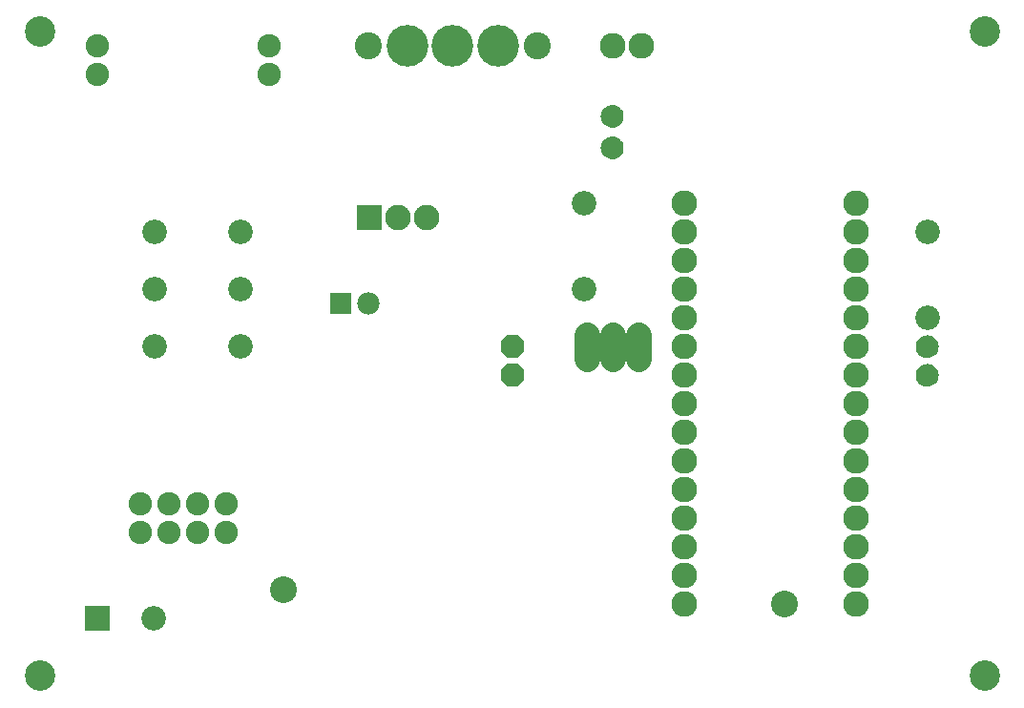
<source format=gbr>
G04 EAGLE Gerber RS-274X export*
G75*
%MOMM*%
%FSLAX34Y34*%
%LPD*%
%INSoldermask Bottom*%
%IPPOS*%
%AMOC8*
5,1,8,0,0,1.08239X$1,22.5*%
G01*
%ADD10C,2.703200*%
%ADD11R,1.970000X1.970000*%
%ADD12C,1.970000*%
%ADD13C,2.286000*%
%ADD14C,2.286000*%
%ADD15C,2.170000*%
%ADD16C,2.070000*%
%ADD17P,2.240547X8X292.500000*%
%ADD18C,3.703200*%
%ADD19C,2.403200*%
%ADD20R,2.270000X2.270000*%
%ADD21C,2.270000*%
%ADD22R,2.170000X2.170000*%
%ADD23C,2.373200*%

G36*
X533577Y511793D02*
X533577Y511793D01*
X533649Y511791D01*
X535485Y511996D01*
X535531Y512010D01*
X535606Y512022D01*
X537367Y512582D01*
X537409Y512605D01*
X537481Y512631D01*
X539098Y513524D01*
X539136Y513554D01*
X539201Y513594D01*
X540613Y514785D01*
X540644Y514822D01*
X540700Y514874D01*
X541853Y516318D01*
X541876Y516360D01*
X541920Y516422D01*
X542769Y518063D01*
X542784Y518109D01*
X542815Y518178D01*
X543328Y519953D01*
X543333Y520001D01*
X543351Y520076D01*
X543507Y521916D01*
X543503Y521960D01*
X543507Y522025D01*
X543347Y523856D01*
X543334Y523902D01*
X543324Y523978D01*
X542810Y525742D01*
X542789Y525786D01*
X542764Y525858D01*
X541915Y527488D01*
X541886Y527526D01*
X541847Y527592D01*
X540697Y529025D01*
X540661Y529057D01*
X540610Y529114D01*
X539202Y530295D01*
X539161Y530319D01*
X539100Y530365D01*
X537488Y531249D01*
X537443Y531264D01*
X537374Y531298D01*
X535621Y531850D01*
X535574Y531856D01*
X535500Y531876D01*
X533673Y532076D01*
X533627Y532072D01*
X533558Y532078D01*
X531882Y531955D01*
X531839Y531944D01*
X531773Y531938D01*
X530143Y531527D01*
X530103Y531508D01*
X530039Y531490D01*
X528506Y530802D01*
X528469Y530777D01*
X528409Y530748D01*
X527019Y529804D01*
X526987Y529773D01*
X526933Y529735D01*
X525727Y528564D01*
X525701Y528528D01*
X525655Y528480D01*
X524671Y527118D01*
X524652Y527077D01*
X524615Y527023D01*
X523882Y525510D01*
X523870Y525467D01*
X523843Y525407D01*
X523385Y523790D01*
X523380Y523745D01*
X523364Y523681D01*
X523193Y522009D01*
X523197Y521961D01*
X523193Y521882D01*
X523359Y520210D01*
X523371Y520167D01*
X523380Y520102D01*
X523834Y518484D01*
X523853Y518443D01*
X523873Y518380D01*
X524601Y516866D01*
X524627Y516830D01*
X524657Y516771D01*
X525638Y515406D01*
X525670Y515375D01*
X525710Y515322D01*
X526912Y514148D01*
X526949Y514123D01*
X526997Y514078D01*
X528385Y513131D01*
X528426Y513113D01*
X528482Y513077D01*
X530013Y512385D01*
X530056Y512374D01*
X530117Y512348D01*
X531746Y511933D01*
X531790Y511930D01*
X531855Y511915D01*
X533530Y511789D01*
X533577Y511793D01*
G37*
G36*
X533577Y483802D02*
X533577Y483802D01*
X533649Y483800D01*
X535485Y484005D01*
X535531Y484019D01*
X535606Y484031D01*
X537367Y484591D01*
X537409Y484614D01*
X537481Y484640D01*
X539098Y485533D01*
X539136Y485563D01*
X539201Y485603D01*
X540613Y486794D01*
X540644Y486831D01*
X540700Y486883D01*
X541853Y488327D01*
X541876Y488369D01*
X541920Y488431D01*
X542769Y490072D01*
X542784Y490118D01*
X542815Y490187D01*
X543328Y491962D01*
X543333Y492010D01*
X543351Y492085D01*
X543507Y493925D01*
X543503Y493969D01*
X543507Y494034D01*
X543347Y495865D01*
X543334Y495911D01*
X543324Y495987D01*
X542810Y497751D01*
X542789Y497795D01*
X542764Y497867D01*
X541915Y499497D01*
X541886Y499535D01*
X541847Y499601D01*
X540697Y501034D01*
X540661Y501066D01*
X540610Y501123D01*
X539202Y502304D01*
X539161Y502328D01*
X539100Y502374D01*
X537488Y503258D01*
X537443Y503273D01*
X537374Y503307D01*
X535621Y503859D01*
X535574Y503865D01*
X535500Y503885D01*
X533673Y504085D01*
X533627Y504081D01*
X533558Y504087D01*
X531882Y503964D01*
X531839Y503953D01*
X531773Y503947D01*
X530143Y503536D01*
X530103Y503517D01*
X530039Y503499D01*
X528506Y502811D01*
X528469Y502786D01*
X528409Y502757D01*
X527019Y501813D01*
X526987Y501782D01*
X526933Y501744D01*
X525727Y500573D01*
X525701Y500537D01*
X525655Y500489D01*
X524671Y499127D01*
X524652Y499086D01*
X524615Y499032D01*
X523882Y497519D01*
X523870Y497476D01*
X523843Y497416D01*
X523385Y495799D01*
X523380Y495754D01*
X523364Y495690D01*
X523193Y494018D01*
X523197Y493970D01*
X523193Y493891D01*
X523359Y492219D01*
X523371Y492176D01*
X523380Y492111D01*
X523834Y490493D01*
X523853Y490452D01*
X523873Y490389D01*
X524601Y488875D01*
X524627Y488839D01*
X524657Y488780D01*
X525638Y487415D01*
X525670Y487384D01*
X525710Y487331D01*
X526912Y486157D01*
X526949Y486132D01*
X526997Y486087D01*
X528385Y485140D01*
X528426Y485122D01*
X528482Y485086D01*
X530013Y484394D01*
X530056Y484383D01*
X530117Y484357D01*
X531746Y483942D01*
X531790Y483939D01*
X531855Y483924D01*
X533530Y483798D01*
X533577Y483802D01*
G37*
G36*
X813027Y307348D02*
X813027Y307348D01*
X813099Y307346D01*
X814935Y307551D01*
X814981Y307565D01*
X815056Y307577D01*
X816817Y308137D01*
X816859Y308160D01*
X816931Y308186D01*
X818548Y309079D01*
X818586Y309109D01*
X818651Y309149D01*
X820063Y310340D01*
X820094Y310377D01*
X820150Y310429D01*
X821303Y311873D01*
X821326Y311915D01*
X821370Y311977D01*
X822219Y313618D01*
X822234Y313664D01*
X822265Y313733D01*
X822778Y315508D01*
X822783Y315556D01*
X822801Y315631D01*
X822957Y317471D01*
X822953Y317515D01*
X822957Y317580D01*
X822797Y319411D01*
X822784Y319457D01*
X822774Y319533D01*
X822260Y321297D01*
X822239Y321341D01*
X822214Y321413D01*
X821365Y323043D01*
X821336Y323081D01*
X821297Y323147D01*
X820147Y324580D01*
X820111Y324612D01*
X820060Y324669D01*
X818652Y325850D01*
X818611Y325874D01*
X818550Y325920D01*
X816938Y326804D01*
X816893Y326819D01*
X816824Y326853D01*
X815071Y327405D01*
X815024Y327411D01*
X814950Y327431D01*
X813123Y327631D01*
X813077Y327627D01*
X813008Y327633D01*
X811332Y327510D01*
X811289Y327499D01*
X811223Y327493D01*
X809593Y327082D01*
X809553Y327063D01*
X809489Y327045D01*
X807956Y326357D01*
X807919Y326332D01*
X807859Y326303D01*
X806469Y325359D01*
X806437Y325328D01*
X806383Y325290D01*
X805177Y324119D01*
X805151Y324083D01*
X805105Y324035D01*
X804121Y322673D01*
X804102Y322632D01*
X804065Y322578D01*
X803332Y321065D01*
X803320Y321022D01*
X803293Y320962D01*
X802835Y319345D01*
X802830Y319300D01*
X802814Y319236D01*
X802643Y317564D01*
X802647Y317516D01*
X802643Y317437D01*
X802809Y315765D01*
X802821Y315722D01*
X802830Y315657D01*
X803284Y314039D01*
X803303Y313998D01*
X803323Y313935D01*
X804051Y312421D01*
X804077Y312385D01*
X804107Y312326D01*
X805088Y310961D01*
X805120Y310930D01*
X805160Y310877D01*
X806362Y309703D01*
X806399Y309678D01*
X806447Y309633D01*
X807835Y308686D01*
X807876Y308668D01*
X807932Y308632D01*
X809463Y307940D01*
X809506Y307929D01*
X809567Y307903D01*
X811196Y307488D01*
X811240Y307485D01*
X811305Y307470D01*
X812980Y307344D01*
X813027Y307348D01*
G37*
G36*
X813027Y281948D02*
X813027Y281948D01*
X813099Y281946D01*
X814935Y282151D01*
X814981Y282165D01*
X815056Y282177D01*
X816817Y282737D01*
X816859Y282760D01*
X816931Y282786D01*
X818548Y283679D01*
X818586Y283709D01*
X818651Y283749D01*
X820063Y284940D01*
X820094Y284977D01*
X820150Y285029D01*
X821303Y286473D01*
X821326Y286515D01*
X821370Y286577D01*
X822219Y288218D01*
X822234Y288264D01*
X822265Y288333D01*
X822778Y290108D01*
X822783Y290156D01*
X822801Y290231D01*
X822957Y292071D01*
X822953Y292115D01*
X822957Y292180D01*
X822797Y294011D01*
X822784Y294057D01*
X822774Y294133D01*
X822260Y295897D01*
X822239Y295941D01*
X822214Y296013D01*
X821365Y297643D01*
X821336Y297681D01*
X821297Y297747D01*
X820147Y299180D01*
X820111Y299212D01*
X820060Y299269D01*
X818652Y300450D01*
X818611Y300474D01*
X818550Y300520D01*
X816938Y301404D01*
X816893Y301419D01*
X816824Y301453D01*
X815071Y302005D01*
X815024Y302011D01*
X814950Y302031D01*
X813123Y302231D01*
X813077Y302227D01*
X813008Y302233D01*
X811332Y302110D01*
X811289Y302099D01*
X811223Y302093D01*
X809593Y301682D01*
X809553Y301663D01*
X809489Y301645D01*
X807956Y300957D01*
X807919Y300932D01*
X807859Y300903D01*
X806469Y299959D01*
X806437Y299928D01*
X806383Y299890D01*
X805177Y298719D01*
X805151Y298683D01*
X805105Y298635D01*
X804121Y297273D01*
X804102Y297232D01*
X804065Y297178D01*
X803332Y295665D01*
X803320Y295622D01*
X803293Y295562D01*
X802835Y293945D01*
X802830Y293900D01*
X802814Y293836D01*
X802643Y292164D01*
X802647Y292116D01*
X802643Y292037D01*
X802809Y290365D01*
X802821Y290322D01*
X802830Y290257D01*
X803284Y288639D01*
X803303Y288598D01*
X803323Y288535D01*
X804051Y287021D01*
X804077Y286985D01*
X804107Y286926D01*
X805088Y285561D01*
X805120Y285530D01*
X805160Y285477D01*
X806362Y284303D01*
X806399Y284278D01*
X806447Y284233D01*
X807835Y283286D01*
X807876Y283268D01*
X807932Y283232D01*
X809463Y282540D01*
X809506Y282529D01*
X809567Y282503D01*
X811196Y282088D01*
X811240Y282085D01*
X811305Y282070D01*
X812980Y281944D01*
X813027Y281948D01*
G37*
D10*
X25400Y596900D03*
X25400Y25400D03*
X863600Y25400D03*
X863600Y596900D03*
D11*
X292300Y355600D03*
D12*
X317300Y355600D03*
D13*
X596900Y266700D03*
X596900Y292100D03*
X596900Y317500D03*
X596900Y342900D03*
X596900Y368300D03*
X596900Y393700D03*
X596900Y241300D03*
X596900Y215900D03*
X596900Y190500D03*
X596900Y165100D03*
X596900Y139700D03*
X596900Y114300D03*
X596900Y88900D03*
X596900Y419100D03*
X596900Y444500D03*
X749300Y266700D03*
X749300Y241300D03*
X749300Y215900D03*
X749300Y190500D03*
X749300Y165100D03*
X749300Y139700D03*
X749300Y292100D03*
X749300Y317500D03*
X749300Y342900D03*
X749300Y368300D03*
X749300Y393700D03*
X749300Y419100D03*
X749300Y444500D03*
X749300Y114300D03*
X749300Y88900D03*
X533400Y584200D03*
X558800Y584200D03*
D14*
X556260Y327914D02*
X556260Y307086D01*
X533400Y307086D02*
X533400Y327914D01*
X510540Y327914D02*
X510540Y307086D01*
D15*
X127000Y317500D03*
X203200Y317500D03*
X508000Y368300D03*
X508000Y444500D03*
X812800Y342900D03*
X812800Y419100D03*
X203200Y419100D03*
X127000Y419100D03*
X127000Y368300D03*
X203200Y368300D03*
D16*
X114300Y152400D03*
X139700Y152400D03*
X165100Y152400D03*
X190500Y152400D03*
X114300Y177800D03*
X139700Y177800D03*
X165100Y177800D03*
X190500Y177800D03*
X228600Y558800D03*
X228600Y584200D03*
X76200Y584200D03*
X76200Y558800D03*
D17*
X444500Y317500D03*
X444500Y292100D03*
D18*
X431800Y584200D03*
X391800Y584200D03*
X351800Y584200D03*
D19*
X466800Y584200D03*
X316800Y584200D03*
D20*
X317500Y431800D03*
D21*
X342900Y431800D03*
X368300Y431800D03*
D15*
X126600Y76200D03*
D22*
X76600Y76200D03*
D23*
X241300Y101600D03*
X685800Y88900D03*
M02*

</source>
